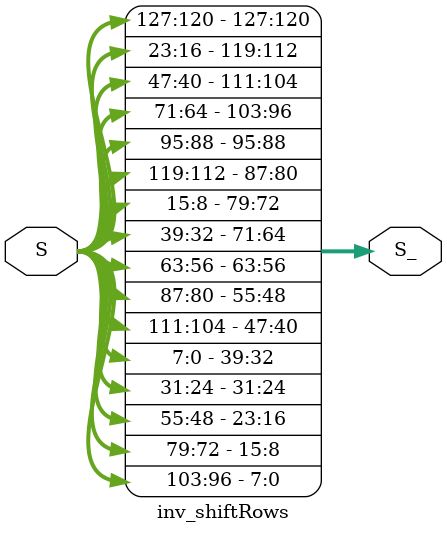
<source format=v>
module inv_shiftRows (/*AUTOARG*/
   // Outputs
   S_,
   // Inputs
   S
   ) ;
   input  [127:0] S;

   output [127:0] S_;

   wire   [127:0] S_;

   assign S_ = {S[127:120],S[ 23: 16],S[ 47: 40],S[ 71: 64],
                S[ 95: 88],S[119:112],S[ 15:  8],S[ 39: 32],
                S[ 63: 56],S[ 87: 80],S[111:104],S[  7:  0],
                S[ 31: 24],S[ 55: 48],S[ 79: 72],S[103: 96]};
   
endmodule // inv_shiftRows

</source>
